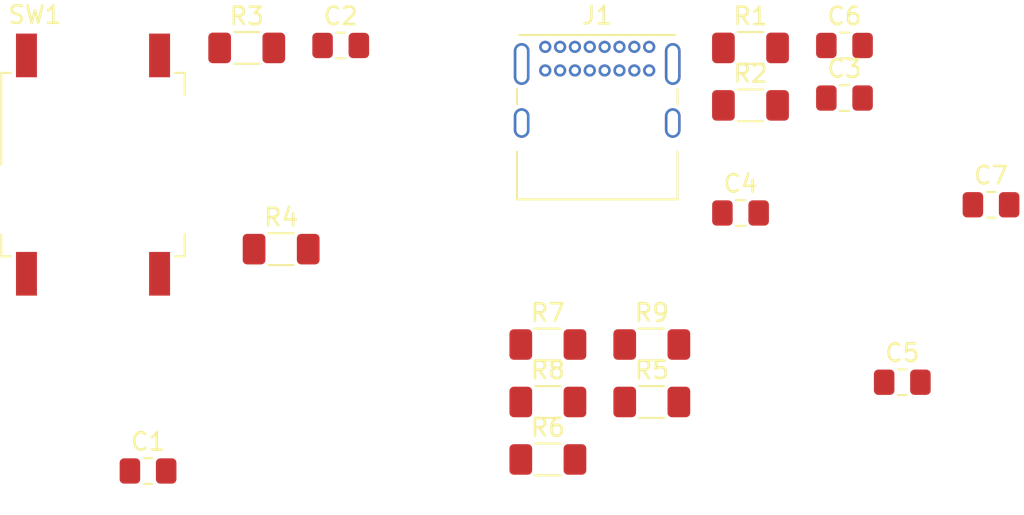
<source format=kicad_pcb>
(kicad_pcb (version 20211014) (generator pcbnew)
  (layers (0 "F.Cu" signal) (31 "B.Cu" signal) (34 "B.Paste" user) (35 "F.Paste" user) (36 "B.SilkS" user "B.Silkscreen") (37 "F.SilkS" user "F.Silkscreen") (38 "B.Mask" user) (39 "F.Mask" user) (44 "Edge.Cuts" user))
  (net 0 "")
  (net 1 "XIN")
  (net 2 "GND")
  (net 3 "XOUT")
  (net 4 "V_BUS")
  (net 5 "3.3V")
  (net 6 "Net-(C6-Pad2)")
  (net 7 "Net-(C7-Pad1)")
  (net 8 "Net-(J1-PadA4)")
  (net 9 "Net-(J1-PadA5)")
  (net 10 "USB_P")
  (net 11 "USB_N")
  (net 13 "Net-(J1-PadB5)")
  (net 16 "USB_L")
  (net 17 "Net-(R3-Pad2)")
  (net 18 "Net-(R4-Pad2)")
  (net 19 "LED_5")
  (net 20 "LED_4")
  (net 21 "LED_3")
  (net 22 "LED_2")
  (net 23 "LED_1")
  (net 24 "Reset")
  (footprint "Capacitor_SMD:C_0805_2012Metric_Pad1.18x1.45mm_HandSolder" (layer "F.Cu") (at 146.55 57.39)
    (fp_text reference "C3" (at 0 -1.68) (layer "F.SilkS"))
    (fp_text value "10uF")
    (fp_line (start -0.261252 0.735) (end 0.261252 0.735) (layer "F.SilkS") (width 0.12))
    (fp_line (start -0.261252 -0.735) (end 0.261252 -0.735) (layer "F.SilkS") (width 0.12))
    (pad "1" smd roundrect (at -1.0375 0) (size 1.175 1.45) (layers "F.Cu" "F.Paste" "F.Mask") (roundrect_rratio 0.212766) (net 2 "GND"))
    (pad "2" smd roundrect (at 1.0375 0) (size 1.175 1.45) (layers "F.Cu" "F.Paste" "F.Mask") (roundrect_rratio 0.212766) (net 4 "V_BUS"))
  )
  (footprint "Capacitor_SMD:C_0805_2012Metric_Pad1.18x1.45mm_HandSolder" (layer "F.Cu") (at 149.86 73.66)
    (fp_text reference "C5" (at 0 -1.68) (layer "F.SilkS"))
    (fp_text value "10uF")
    (fp_line (start -0.261252 -0.735) (end 0.261252 -0.735) (layer "F.SilkS") (width 0.12))
    (fp_line (start -0.261252 0.735) (end 0.261252 0.735) (layer "F.SilkS") (width 0.12))
    (pad "1" smd roundrect (at -1.0375 0) (size 1.175 1.45) (layers "F.Cu" "F.Paste" "F.Mask") (roundrect_rratio 0.212766) (net 2 "GND"))
    (pad "2" smd roundrect (at 1.0375 0) (size 1.175 1.45) (layers "F.Cu" "F.Paste" "F.Mask") (roundrect_rratio 0.212766) (net 5 "3.3V"))
  )
  (footprint "Resistor_SMD:R_1206_3216Metric_Pad1.30x1.75mm_HandSolder" (layer "F.Cu") (at 135.52 71.5)
    (fp_text reference "R9" (at 0 -1.82) (layer "F.SilkS"))
    (fp_text value "10K")
    (fp_line (start -0.727064 -0.91) (end 0.727064 -0.91) (layer "F.SilkS") (width 0.12))
    (fp_line (start -0.727064 0.91) (end 0.727064 0.91) (layer "F.SilkS") (width 0.12))
    (pad "1" smd roundrect (at -1.55 0) (size 1.3 1.75) (layers "F.Cu" "F.Paste" "F.Mask") (roundrect_rratio 0.192308) (net 2 "GND"))
    (pad "2" smd roundrect (at 1.55 0) (size 1.3 1.75) (layers "F.Cu" "F.Paste" "F.Mask") (roundrect_rratio 0.192308) (net 23 "LED_1"))
  )
  (footprint "Resistor_SMD:R_1206_3216Metric_Pad1.30x1.75mm_HandSolder" (layer "F.Cu") (at 114.3 66.04)
    (fp_text reference "R4" (at 0 -1.82) (layer "F.SilkS"))
    (fp_text value "27")
    (fp_line (start -0.727064 0.91) (end 0.727064 0.91) (layer "F.SilkS") (width 0.12))
    (fp_line (start -0.727064 -0.91) (end 0.727064 -0.91) (layer "F.SilkS") (width 0.12))
    (pad "1" smd roundrect (at -1.55 0) (size 1.3 1.75) (layers "F.Cu" "F.Paste" "F.Mask") (roundrect_rratio 0.192308) (net 10 "USB_P"))
    (pad "2" smd roundrect (at 1.55 0) (size 1.3 1.75) (layers "F.Cu" "F.Paste" "F.Mask") (roundrect_rratio 0.192308) (net 18 "Net-(R4-Pad2)"))
  )
  (footprint "Resistor_SMD:R_1206_3216Metric_Pad1.30x1.75mm_HandSolder" (layer "F.Cu") (at 141.17 57.81)
    (fp_text reference "R2" (at 0 -1.82) (layer "F.SilkS"))
    (fp_text value "56K")
    (fp_line (start -0.727064 -0.91) (end 0.727064 -0.91) (layer "F.SilkS") (width 0.12))
    (fp_line (start -0.727064 0.91) (end 0.727064 0.91) (layer "F.SilkS") (width 0.12))
    (pad "1" smd roundrect (at -1.55 0) (size 1.3 1.75) (layers "F.Cu" "F.Paste" "F.Mask") (roundrect_rratio 0.192308) (net 2 "GND"))
    (pad "2" smd roundrect (at 1.55 0) (size 1.3 1.75) (layers "F.Cu" "F.Paste" "F.Mask") (roundrect_rratio 0.192308) (net 13 "Net-(J1-PadB5)"))
  )
  (footprint "Capacitor_SMD:C_0805_2012Metric_Pad1.18x1.45mm_HandSolder" (layer "F.Cu") (at 154.94 63.5)
    (fp_text reference "C7" (at 0 -1.68) (layer "F.SilkS"))
    (fp_text value "1uF")
    (fp_line (start -0.261252 0.735) (end 0.261252 0.735) (layer "F.SilkS") (width 0.12))
    (fp_line (start -0.261252 -0.735) (end 0.261252 -0.735) (layer "F.SilkS") (width 0.12))
    (pad "1" smd roundrect (at -1.0375 0) (size 1.175 1.45) (layers "F.Cu" "F.Paste" "F.Mask") (roundrect_rratio 0.212766) (net 7 "Net-(C7-Pad1)"))
    (pad "2" smd roundrect (at 1.0375 0) (size 1.175 1.45) (layers "F.Cu" "F.Paste" "F.Mask") (roundrect_rratio 0.212766) (net 2 "GND"))
  )
  (footprint "Resistor_SMD:R_1206_3216Metric_Pad1.30x1.75mm_HandSolder" (layer "F.Cu") (at 129.57 71.5)
    (fp_text reference "R7" (at 0 -1.82) (layer "F.SilkS"))
    (fp_text value "10K")
    (fp_line (start -0.727064 0.91) (end 0.727064 0.91) (layer "F.SilkS") (width 0.12))
    (fp_line (start -0.727064 -0.91) (end 0.727064 -0.91) (layer "F.SilkS") (width 0.12))
    (pad "1" smd roundrect (at -1.55 0) (size 1.3 1.75) (layers "F.Cu" "F.Paste" "F.Mask") (roundrect_rratio 0.192308) (net 2 "GND"))
    (pad "2" smd roundrect (at 1.55 0) (size 1.3 1.75) (layers "F.Cu" "F.Paste" "F.Mask") (roundrect_rratio 0.192308) (net 21 "LED_3"))
  )
  (footprint "Resistor_SMD:R_1206_3216Metric_Pad1.30x1.75mm_HandSolder" (layer "F.Cu") (at 129.57 78.08)
    (fp_text reference "R6" (at 0 -1.82) (layer "F.SilkS"))
    (fp_text value "10K")
    (fp_line (start -0.727064 0.91) (end 0.727064 0.91) (layer "F.SilkS") (width 0.12))
    (fp_line (start -0.727064 -0.91) (end 0.727064 -0.91) (layer "F.SilkS") (width 0.12))
    (pad "1" smd roundrect (at -1.55 0) (size 1.3 1.75) (layers "F.Cu" "F.Paste" "F.Mask") (roundrect_rratio 0.192308) (net 2 "GND"))
    (pad "2" smd roundrect (at 1.55 0) (size 1.3 1.75) (layers "F.Cu" "F.Paste" "F.Mask") (roundrect_rratio 0.192308) (net 20 "LED_4"))
  )
  (footprint "Capacitor_SMD:C_0805_2012Metric_Pad1.18x1.45mm_HandSolder" (layer "F.Cu") (at 140.6 63.97)
    (fp_text reference "C4" (at 0 -1.68) (layer "F.SilkS"))
    (fp_text value "10uF")
    (fp_line (start -0.261252 -0.735) (end 0.261252 -0.735) (layer "F.SilkS") (width 0.12))
    (fp_line (start -0.261252 0.735) (end 0.261252 0.735) (layer "F.SilkS") (width 0.12))
    (pad "1" smd roundrect (at -1.0375 0) (size 1.175 1.45) (layers "F.Cu" "F.Paste" "F.Mask") (roundrect_rratio 0.212766) (net 2 "GND"))
    (pad "2" smd roundrect (at 1.0375 0) (size 1.175 1.45) (layers "F.Cu" "F.Paste" "F.Mask") (roundrect_rratio 0.212766) (net 4 "V_BUS"))
  )
  (footprint "Capacitor_SMD:C_0805_2012Metric_Pad1.18x1.45mm_HandSolder" (layer "F.Cu") (at 146.55 54.38)
    (fp_text reference "C6" (at 0 -1.68) (layer "F.SilkS"))
    (fp_text value "10uF")
    (fp_line (start -0.261252 0.735) (end 0.261252 0.735) (layer "F.SilkS") (width 0.12))
    (fp_line (start -0.261252 -0.735) (end 0.261252 -0.735) (layer "F.SilkS") (width 0.12))
    (pad "1" smd roundrect (at -1.0375 0) (size 1.175 1.45) (layers "F.Cu" "F.Paste" "F.Mask") (roundrect_rratio 0.212766) (net 2 "GND"))
    (pad "2" smd roundrect (at 1.0375 0) (size 1.175 1.45) (layers "F.Cu" "F.Paste" "F.Mask") (roundrect_rratio 0.212766) (net 6 "Net-(C6-Pad2)"))
  )
  (footprint "Resistor_SMD:R_1206_3216Metric_Pad1.30x1.75mm_HandSolder" (layer "F.Cu") (at 141.17 54.52)
    (fp_text reference "R1" (at 0 -1.82) (layer "F.SilkS"))
    (fp_text value "56K")
    (fp_line (start -0.727064 -0.91) (end 0.727064 -0.91) (layer "F.SilkS") (width 0.12))
    (fp_line (start -0.727064 0.91) (end 0.727064 0.91) (layer "F.SilkS") (width 0.12))
    (pad "1" smd roundrect (at -1.55 0) (size 1.3 1.75) (layers "F.Cu" "F.Paste" "F.Mask") (roundrect_rratio 0.192308) (net 2 "GND"))
    (pad "2" smd roundrect (at 1.55 0) (size 1.3 1.75) (layers "F.Cu" "F.Paste" "F.Mask") (roundrect_rratio 0.192308) (net 9 "Net-(J1-PadA5)"))
  )
  (footprint "Resistor_SMD:R_1206_3216Metric_Pad1.30x1.75mm_HandSolder" (layer "F.Cu") (at 112.33 54.52)
    (fp_text reference "R3" (at 0 -1.82) (layer "F.SilkS"))
    (fp_text value "27")
    (fp_line (start -0.727064 -0.91) (end 0.727064 -0.91) (layer "F.SilkS") (width 0.12))
    (fp_line (start -0.727064 0.91) (end 0.727064 0.91) (layer "F.SilkS") (width 0.12))
    (pad "1" smd roundrect (at -1.55 0) (size 1.3 1.75) (layers "F.Cu" "F.Paste" "F.Mask") (roundrect_rratio 0.192308) (net 16 "USB_L"))
    (pad "2" smd roundrect (at 1.55 0) (size 1.3 1.75) (layers "F.Cu" "F.Paste" "F.Mask") (roundrect_rratio 0.192308) (net 17 "Net-(R3-Pad2)"))
  )
  (footprint "Capacitor_SMD:C_0805_2012Metric_Pad1.18x1.45mm_HandSolder" (layer "F.Cu") (at 117.71 54.38)
    (fp_text reference "C2" (at 0 -1.68) (layer "F.SilkS"))
    (fp_text value "20pF")
    (fp_line (start -0.261252 0.735) (end 0.261252 0.735) (layer "F.SilkS") (width 0.12))
    (fp_line (start -0.261252 -0.735) (end 0.261252 -0.735) (layer "F.SilkS") (width 0.12))
    (pad "1" smd roundrect (at -1.0375 0) (size 1.175 1.45) (layers "F.Cu" "F.Paste" "F.Mask") (roundrect_rratio 0.212766) (net 3 "XOUT"))
    (pad "2" smd roundrect (at 1.0375 0) (size 1.175 1.45) (layers "F.Cu" "F.Paste" "F.Mask") (roundrect_rratio 0.212766) (net 2 "GND"))
  )
  (footprint "Capacitor_SMD:C_0805_2012Metric_Pad1.18x1.45mm_HandSolder" (layer "F.Cu") (at 106.68 78.74)
    (fp_text reference "C1" (at 0 -1.68) (layer "F.SilkS"))
    (fp_text value "20pF")
    (fp_line (start -0.261252 0.735) (end 0.261252 0.735) (layer "F.SilkS") (width 0.12))
    (fp_line (start -0.261252 -0.735) (end 0.261252 -0.735) (layer "F.SilkS") (width 0.12))
    (pad "1" smd roundrect (at -1.0375 0) (size 1.175 1.45) (layers "F.Cu" "F.Paste" "F.Mask") (roundrect_rratio 0.212766) (net 1 "XIN"))
    (pad "2" smd roundrect (at 1.0375 0) (size 1.175 1.45) (layers "F.Cu" "F.Paste" "F.Mask") (roundrect_rratio 0.212766) (net 2 "GND"))
  )
  (footprint "Resistor_SMD:R_1206_3216Metric_Pad1.30x1.75mm_HandSolder" (layer "F.Cu") (at 135.52 74.79)
    (fp_text reference "R5" (at 0 -1.82) (layer "F.SilkS"))
    (fp_text value "10K")
    (fp_line (start -0.727064 -0.91) (end 0.727064 -0.91) (layer "F.SilkS") (width 0.12))
    (fp_line (start -0.727064 0.91) (end 0.727064 0.91) (layer "F.SilkS") (width 0.12))
    (pad "1" smd roundrect (at -1.55 0) (size 1.3 1.75) (layers "F.Cu" "F.Paste" "F.Mask") (roundrect_rratio 0.192308) (net 2 "GND"))
    (pad "2" smd roundrect (at 1.55 0) (size 1.3 1.75) (layers "F.Cu" "F.Paste" "F.Mask") (roundrect_rratio 0.192308) (net 19 "LED_5"))
  )
  (footprint "Resistor_SMD:R_1206_3216Metric_Pad1.30x1.75mm_HandSolder" (layer "F.Cu") (at 129.57 74.79)
    (fp_text reference "R8" (at 0 -1.82) (layer "F.SilkS"))
    (fp_text value "10K")
    (fp_line (start -0.727064 0.91) (end 0.727064 0.91) (layer "F.SilkS") (width 0.12))
    (fp_line (start -0.727064 -0.91) (end 0.727064 -0.91) (layer "F.SilkS") (width 0.12))
    (pad "1" smd roundrect (at -1.55 0) (size 1.3 1.75) (layers "F.Cu" "F.Paste" "F.Mask") (roundrect_rratio 0.192308) (net 2 "GND"))
    (pad "2" smd roundrect (at 1.55 0) (size 1.3 1.75) (layers "F.Cu" "F.Paste" "F.Mask") (roundrect_rratio 0.192308) (net 22 "LED_2"))
  )
  (footprint "Button_Switch_SMD:SW_MEC_5GSH9" (layer "F.Cu") (at 103.53 61.2)
    (fp_text reference "SW1" (at -3.325 -8.575 180) (layer "F.SilkS"))
    (fp_text value "SW_MEC_5G")
    (fp_line (start -5.25 5.25) (end -5.25 4) (layer "F.SilkS") (width 0.12))
    (fp_line (start 4.7 -5.25) (end 5.25 -5.25) (layer "F.SilkS") (width 0.12))
    (fp_line (start -5.25 -5.25) (end -5.25 0) (layer "F.SilkS") (width 0.12))
    (fp_line (start 5.25 -5.25) (end 5.25 -4) (layer "F.SilkS") (width 0.12))
    (fp_line (start -4.7 -5.25) (end -5.25 -5.25) (layer "F.SilkS") (width 0.12))
    (fp_line (start -4.7 5.25) (end -5.25 5.25) (layer "F.SilkS") (width 0.12))
    (fp_line (start 5.25 5.25) (end 5.25 4) (layer "F.SilkS") (width 0.12))
    (fp_line (start 4.7 5.25) (end 5.25 5.25) (layer "F.SilkS") (width 0.12))
    (pad "1" smd rect (at -3.81 -6.25 90) (size 2.5 1.2) (layers "F.Cu" "F.Paste" "F.Mask") (net 24 "Reset"))
    (pad "2" smd rect (at -3.81 6.25 90) (size 2.5 1.2) (layers "F.Cu" "F.Paste" "F.Mask") (net 24 "Reset"))
    (pad "3" smd rect (at 3.81 -6.25 90) (size 2.5 1.2) (layers "F.Cu" "F.Paste" "F.Mask") (net 2 "GND"))
    (pad "4" smd rect (at 3.81 6.25 90) (size 2.5 1.2) (layers "F.Cu" "F.Paste" "F.Mask") (net 2 "GND"))
  )
  (footprint "Connector_USB:USB_C_Receptacle_GCT_USB4085" (layer "F.Cu") (at 129.42 54.46)
    (fp_text reference "J1" (at 2.975 -1.8) (layer "F.SilkS"))
    (fp_text value "USB_C_Receptacle_USB2.0")
    (fp_line (start 7.57 6) (end 7.57 8.73) (layer "F.SilkS") (width 0.12))
    (fp_line (start -1.5 -0.68) (end 7.45 -0.68) (layer "F.SilkS") (width 0.12))
    (fp_line (start -1.62 6) (end -1.62 8.73) (layer "F.SilkS") (width 0.12))
    (fp_line (start -1.62 8.73) (end 7.57 8.73) (layer "F.SilkS") (width 0.12))
    (fp_line (start 7.57 2.4) (end 7.57 3.3) (layer "F.SilkS") (width 0.12))
    (fp_line (start -1.62 2.4) (end -1.62 3.3) (layer "F.SilkS") (width 0.12))
    (pad "A1" thru_hole circle (at 0 0) (size 0.7 0.7) (drill 0.4) (layers *.Cu *.Mask) (net 2 "GND"))
    (pad "A4" thru_hole circle (at 0.85 0) (size 0.7 0.7) (drill 0.4) (layers *.Cu *.Mask) (net 8 "Net-(J1-PadA4)"))
    (pad "A5" thru_hole circle (at 1.7 0) (size 0.7 0.7) (drill 0.4) (layers *.Cu *.Mask) (net 9 "Net-(J1-PadA5)"))
    (pad "A6" thru_hole circle (at 2.55 0) (size 0.7 0.7) (drill 0.4) (layers *.Cu *.Mask) (net 10 "USB_P"))
    (pad "A7" thru_hole circle (at 3.4 0) (size 0.7 0.7) (drill 0.4) (layers *.Cu *.Mask) (net 11 "USB_N"))
    (pad "A8" thru_hole circle (at 4.25 0) (size 0.7 0.7) (drill 0.4) (layers *.Cu *.Mask))
    (pad "A9" thru_hole circle (at 5.1 0) (size 0.7 0.7) (drill 0.4) (layers *.Cu *.Mask) (net 8 "Net-(J1-PadA4)"))
    (pad "A12" thru_hole circle (at 5.95 0) (size 0.7 0.7) (drill 0.4) (layers *.Cu *.Mask) (net 2 "GND"))
    (pad "B1" thru_hole circle (at 5.95 1.35) (size 0.7 0.7) (drill 0.4) (layers *.Cu *.Mask) (net 2 "GND"))
    (pad "B4" thru_hole circle (at 5.1 1.35) (size 0.7 0.7) (drill 0.4) (layers *.Cu *.Mask) (net 8 "Net-(J1-PadA4)"))
    (pad "B5" thru_hole circle (at 4.25 1.35) (size 0.7 0.7) (drill 0.4) (layers *.Cu *.Mask) (net 13 "Net-(J1-PadB5)"))
    (pad "B6" thru_hole circle (at 3.4 1.35) (size 0.7 0.7) (drill 0.4) (layers *.Cu *.Mask) (net 10 "USB_P"))
    (pad "B7" thru_hole circle (at 2.55 1.35) (size 0.7 0.7) (drill 0.4) (layers *.Cu *.Mask) (net 11 "USB_N"))
    (pad "B8" thru_hole circle (at 1.7 1.35) (size 0.7 0.7) (drill 0.4) (layers *.Cu *.Mask))
    (pad "B9" thru_hole circle (at 0.85 1.35) (size 0.7 0.7) (drill 0.4) (layers *.Cu *.Mask) (net 8 "Net-(J1-PadA4)"))
    (pad "B12" thru_hole circle (at 0 1.35) (size 0.7 0.7) (drill 0.4) (layers *.Cu *.Mask) (net 2 "GND"))
    (pad "S1" thru_hole oval (at 7.3 4.36) (size 0.9 1.7) (drill oval 0.6 1.4) (layers *.Cu *.Mask))
    (pad "S1" thru_hole oval (at -1.35 0.98) (size 0.9 2.4) (drill oval 0.6 2.1) (layers *.Cu *.Mask))
    (pad "S1" thru_hole oval (at -1.35 4.36) (size 0.9 1.7) (drill oval 0.6 1.4) (layers *.Cu *.Mask))
    (pad "S1" thru_hole oval (at 7.3 0.98) (size 0.9 2.4) (drill oval 0.6 2.1) (layers *.Cu *.Mask))
  )
)
</source>
